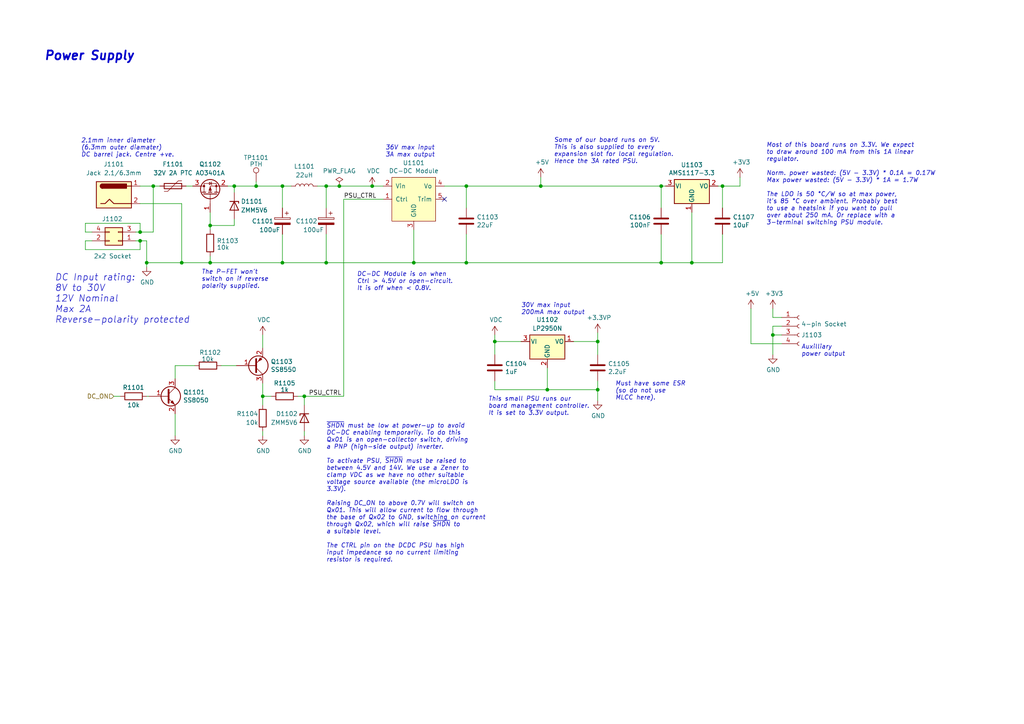
<source format=kicad_sch>
(kicad_sch (version 20211123) (generator eeschema)
  (paper "A4")
  (title_block (title "Neotron Common Hardware - Power Supply") (date "${date}") (rev "${version}") (company "https://neotron-compute.github.io") (comment 1 "Licensed as CC-BY-SA") (comment 2 "Copyright (c) The Neotron Developers, 2022"))
  (lib_symbols
    (symbol "Connector:Conn_01x04_Female" (pin_names (offset 1.016) hide)
      (property "Reference" "J" (at 0 5.08 0))
      (property "Value" "Conn_01x04_Female" (at 0 -7.62 0))
      (symbol "Conn_01x04_Female_1_1"
        (arc (start 0 -4.572) (mid -0.508 -5.08) (end 0 -5.588) (stroke (width 0.1524)))
        (arc (start 0 -2.032) (mid -0.508 -2.54) (end 0 -3.048) (stroke (width 0.1524)))
        (polyline (pts (xy -1.27 -5.08) (xy -0.508 -5.08)) (stroke (width 0.1524)))
        (polyline (pts (xy -1.27 -2.54) (xy -0.508 -2.54)) (stroke (width 0.1524)))
        (polyline (pts (xy -1.27 0) (xy -0.508 0)) (stroke (width 0.1524)))
        (polyline (pts (xy -1.27 2.54) (xy -0.508 2.54)) (stroke (width 0.1524)))
        (arc (start 0 0.508) (mid -0.508 0) (end 0 -0.508) (stroke (width 0.1524)))
        (arc (start 0 3.048) (mid -0.508 2.54) (end 0 2.032) (stroke (width 0.1524)))
        (pin passive line (at -5.08 2.54 0) (length 3.81) (name "Pin_1") (number "1"))
        (pin passive line (at -5.08 0 0) (length 3.81) (name "Pin_2") (number "2"))
        (pin passive line (at -5.08 -2.54 0) (length 3.81) (name "Pin_3") (number "3"))
        (pin passive line (at -5.08 -5.08 0) (length 3.81) (name "Pin_4") (number "4"))
      )
    )
    (symbol "Connector:Jack-DC" (pin_names (offset 1.016))
      (property "Reference" "J" (at 0 5.334 0))
      (property "Value" "Jack-DC" (at 0 -5.08 0))
      (symbol "Jack-DC_0_1"
        (rectangle (start -5.08 3.81) (end 5.08 -3.81) (stroke (width 0.254)) (fill (type background)))
        (arc (start -3.302 3.175) (mid -3.937 2.54) (end -3.302 1.905) (stroke (width 0.254)))
        (arc (start -3.302 3.175) (mid -3.937 2.54) (end -3.302 1.905) (stroke (width 0.254)) (fill (type outline)))
        (polyline (pts (xy 5.08 2.54) (xy 3.81 2.54)) (stroke (width 0.254)))
        (polyline (pts (xy -3.81 -2.54) (xy -2.54 -2.54) (xy -1.27 -1.27) (xy 0 -2.54) (xy 2.54 -2.54) (xy 5.08 -2.54)) (stroke (width 0.254)))
        (rectangle (start 3.683 3.175) (end -3.302 1.905) (stroke (width 0.254)) (fill (type outline)))
      )
      (symbol "Jack-DC_1_1"
        (pin passive line (at 7.62 2.54 180) (length 2.54) (name "~") (number "1"))
        (pin passive line (at 7.62 -2.54 180) (length 2.54) (name "~") (number "2"))
      )
    )
    (symbol "Connector:TestPoint" (pin_numbers hide) (pin_names (offset 0.762) hide)
      (property "Reference" "TP" (at 0 6.858 0))
      (property "Value" "TestPoint" (at 0 5.08 0))
      (symbol "TestPoint_0_1"
        (circle (center 0 3.302) (radius 0.762))
      )
      (symbol "TestPoint_1_1"
        (pin passive line (at 0 0 90) (length 2.54) (name "1") (number "1"))
      )
    )
    (symbol "Connector_Generic:Conn_02x02_Odd_Even" (pin_names (offset 1.016) hide)
      (property "Reference" "J" (at 1.27 2.54 0))
      (property "Value" "Conn_02x02_Odd_Even" (at 1.27 -5.08 0))
      (symbol "Conn_02x02_Odd_Even_1_1"
        (rectangle (start -1.27 -2.413) (end 0 -2.667) (stroke (width 0.1524)))
        (rectangle (start -1.27 0.127) (end 0 -0.127) (stroke (width 0.1524)))
        (rectangle (start -1.27 1.27) (end 3.81 -3.81) (stroke (width 0.254)) (fill (type background)))
        (rectangle (start 3.81 -2.413) (end 2.54 -2.667) (stroke (width 0.1524)))
        (rectangle (start 3.81 0.127) (end 2.54 -0.127) (stroke (width 0.1524)))
        (pin passive line (at -5.08 0 0) (length 3.81) (name "Pin_1") (number "1"))
        (pin passive line (at 7.62 0 180) (length 3.81) (name "Pin_2") (number "2"))
        (pin passive line (at -5.08 -2.54 0) (length 3.81) (name "Pin_3") (number "3"))
        (pin passive line (at 7.62 -2.54 180) (length 3.81) (name "Pin_4") (number "4"))
      )
    )
    (symbol "Device:C" (pin_numbers hide) (pin_names (offset 0.254))
      (property "Reference" "C" (at 0.635 2.54 0))
      (property "Value" "C" (at 0.635 -2.54 0))
      (symbol "C_0_1"
        (polyline (pts (xy -2.032 -0.762) (xy 2.032 -0.762)) (stroke (width 0.508)))
        (polyline (pts (xy -2.032 0.762) (xy 2.032 0.762)) (stroke (width 0.508)))
      )
      (symbol "C_1_1"
        (pin passive line (at 0 3.81 270) (length 2.794) (name "~") (number "1"))
        (pin passive line (at 0 -3.81 90) (length 2.794) (name "~") (number "2"))
      )
    )
    (symbol "Device:C_Polarized" (pin_numbers hide) (pin_names (offset 0.254))
      (property "Reference" "C" (at 0.635 2.54 0))
      (property "Value" "C_Polarized" (at 0.635 -2.54 0))
      (symbol "C_Polarized_0_1"
        (rectangle (start -2.286 0.508) (end 2.286 1.016))
        (polyline (pts (xy -1.778 2.286) (xy -0.762 2.286)))
        (polyline (pts (xy -1.27 2.794) (xy -1.27 1.778)))
        (rectangle (start 2.286 -0.508) (end -2.286 -1.016) (fill (type outline)))
      )
      (symbol "C_Polarized_1_1"
        (pin passive line (at 0 3.81 270) (length 2.794) (name "~") (number "1"))
        (pin passive line (at 0 -3.81 90) (length 2.794) (name "~") (number "2"))
      )
    )
    (symbol "Device:L" (pin_numbers hide) (pin_names (offset 1.016) hide)
      (property "Reference" "L" (at -1.27 0 90))
      (property "Value" "L" (at 1.905 0 90))
      (symbol "L_0_1"
        (arc (start 0 -2.54) (mid 0.635 -1.905) (end 0 -1.27))
        (arc (start 0 -1.27) (mid 0.635 -0.635) (end 0 0))
        (arc (start 0 0) (mid 0.635 0.635) (end 0 1.27))
        (arc (start 0 1.27) (mid 0.635 1.905) (end 0 2.54))
      )
      (symbol "L_1_1"
        (pin passive line (at 0 3.81 270) (length 1.27) (name "1") (number "1"))
        (pin passive line (at 0 -3.81 90) (length 1.27) (name "2") (number "2"))
      )
    )
    (symbol "Device:Polyfuse" (pin_numbers hide) (pin_names (offset 0))
      (property "Reference" "F" (at -2.54 0 90))
      (property "Value" "Polyfuse" (at 2.54 0 90))
      (symbol "Polyfuse_0_1"
        (rectangle (start -0.762 2.54) (end 0.762 -2.54) (stroke (width 0.254)))
        (polyline (pts (xy 0 2.54) (xy 0 -2.54)))
        (polyline (pts (xy -1.524 2.54) (xy -1.524 1.524) (xy 1.524 -1.524) (xy 1.524 -2.54)))
      )
      (symbol "Polyfuse_1_1"
        (pin passive line (at 0 3.81 270) (length 1.27) (name "~") (number "1"))
        (pin passive line (at 0 -3.81 90) (length 1.27) (name "~") (number "2"))
      )
    )
    (symbol "Device:R" (pin_numbers hide) (pin_names (offset 0))
      (property "Reference" "R" (at 2.032 0 90))
      (property "Value" "R" (at 0 0 90))
      (symbol "R_0_1"
        (rectangle (start -1.016 -2.54) (end 1.016 2.54) (stroke (width 0.254)))
      )
      (symbol "R_1_1"
        (pin passive line (at 0 3.81 270) (length 1.27) (name "~") (number "1"))
        (pin passive line (at 0 -3.81 90) (length 1.27) (name "~") (number "2"))
      )
    )
    (symbol "Diode:ZMMxx" (pin_numbers hide) (pin_names hide)
      (property "Reference" "D" (at 0 2.54 0))
      (property "Value" "ZMMxx" (at 0 -2.54 0))
      (symbol "ZMMxx_0_1"
        (polyline (pts (xy 1.27 0) (xy -1.27 0)))
        (polyline (pts (xy -1.27 -1.27) (xy -1.27 1.27) (xy -0.762 1.27)) (stroke (width 0.254)))
        (polyline (pts (xy 1.27 -1.27) (xy 1.27 1.27) (xy -1.27 0) (xy 1.27 -1.27)) (stroke (width 0.254)))
      )
      (symbol "ZMMxx_1_1"
        (pin passive line (at -3.81 0 0) (length 2.54) (name "K") (number "1"))
        (pin passive line (at 3.81 0 180) (length 2.54) (name "A") (number "2"))
      )
    )
    (symbol "Neotron-Common-Hardware:K78(L)05-3AR3" (pin_names (offset 1.016))
      (property "Reference" "U" (at 6.35 0 0))
      (property "Value" "K78(L)05-3AR3" (at -6.35 0 0))
      (symbol "K78(L)05-3AR3_0_0"
        (pin input line (at -8.89 -7.62 0) (length 2.54) (name "Ctrl") (number "1"))
        (pin power_in line (at -8.89 -3.81 0) (length 2.54) (name "Vin") (number "2"))
        (pin power_in line (at 0 -16.51 90) (length 2.54) (name "GND") (number "3"))
        (pin power_out line (at 8.89 -3.81 180) (length 2.54) (name "Vo") (number "4"))
        (pin input line (at 8.89 -7.62 180) (length 2.54) (name "Trim") (number "5"))
      )
      (symbol "K78(L)05-3AR3_0_1"
        (rectangle (start -6.35 -1.27) (end 6.35 -13.97) (fill (type background)))
      )
    )
    (symbol "Regulator_Linear:AMS1117CD-3.3" (pin_names (offset 0.254))
      (property "Reference" "U" (at -3.81 3.175 0))
      (property "Value" "AMS1117CD-3.3" (at 0 3.175 0))
      (symbol "AMS1117CD-3.3_0_1"
        (rectangle (start -5.08 -5.08) (end 5.08 1.905) (stroke (width 0.254)) (fill (type background)))
      )
      (symbol "AMS1117CD-3.3_1_1"
        (pin power_in line (at 0 -7.62 90) (length 2.54) (name "GND") (number "1"))
        (pin power_out line (at 7.62 0 180) (length 2.54) (name "VO") (number "2"))
        (pin power_in line (at -7.62 0 0) (length 2.54) (name "VI") (number "3"))
      )
    )
    (symbol "Regulator_Linear:LP2950-3.3_TO92" (pin_names (offset 0.254))
      (property "Reference" "U" (at -3.81 3.175 0))
      (property "Value" "LP2950-3.3_TO92" (at 0 3.175 0))
      (symbol "LP2950-3.3_TO92_0_1"
        (rectangle (start -5.08 -5.08) (end 5.08 1.905) (stroke (width 0.254)) (fill (type background)))
      )
      (symbol "LP2950-3.3_TO92_1_1"
        (pin power_out line (at 7.62 0 180) (length 2.54) (name "VO") (number "1"))
        (pin power_in line (at 0 -7.62 90) (length 2.54) (name "GND") (number "2"))
        (pin power_in line (at -7.62 0 0) (length 2.54) (name "VI") (number "3"))
      )
    )
    (symbol "Transistor_BJT:BC807" (pin_names (offset 0) hide)
      (property "Reference" "Q" (at 5.08 1.905 0))
      (property "Value" "BC807" (at 5.08 0 0))
      (symbol "BC807_0_1"
        (polyline (pts (xy 0.635 0.635) (xy 2.54 2.54)))
        (polyline (pts (xy 0.635 -0.635) (xy 2.54 -2.54) (xy 2.54 -2.54)))
        (polyline (pts (xy 0.635 1.905) (xy 0.635 -1.905) (xy 0.635 -1.905)) (stroke (width 0.508)))
        (polyline (pts (xy 2.286 -1.778) (xy 1.778 -2.286) (xy 1.27 -1.27) (xy 2.286 -1.778) (xy 2.286 -1.778)) (fill (type outline)))
        (circle (center 1.27 0) (radius 2.8194) (stroke (width 0.254)))
      )
      (symbol "BC807_1_1"
        (pin input line (at -5.08 0 0) (length 5.715) (name "B") (number "1"))
        (pin passive line (at 2.54 -5.08 90) (length 2.54) (name "E") (number "2"))
        (pin passive line (at 2.54 5.08 270) (length 2.54) (name "C") (number "3"))
      )
    )
    (symbol "Transistor_BJT:BC817" (pin_names (offset 0) hide)
      (property "Reference" "Q" (at 5.08 1.905 0))
      (property "Value" "BC817" (at 5.08 0 0))
      (symbol "BC817_0_1"
        (polyline (pts (xy 0.635 0.635) (xy 2.54 2.54)))
        (polyline (pts (xy 0.635 -0.635) (xy 2.54 -2.54) (xy 2.54 -2.54)))
        (polyline (pts (xy 0.635 1.905) (xy 0.635 -1.905) (xy 0.635 -1.905)) (stroke (width 0.508)))
        (polyline (pts (xy 1.27 -1.778) (xy 1.778 -1.27) (xy 2.286 -2.286) (xy 1.27 -1.778) (xy 1.27 -1.778)) (fill (type outline)))
        (circle (center 1.27 0) (radius 2.8194) (stroke (width 0.254)))
      )
      (symbol "BC817_1_1"
        (pin input line (at -5.08 0 0) (length 5.715) (name "B") (number "1"))
        (pin passive line (at 2.54 -5.08 90) (length 2.54) (name "E") (number "2"))
        (pin passive line (at 2.54 5.08 270) (length 2.54) (name "C") (number "3"))
      )
    )
    (symbol "Transistor_FET:AO3401A" (pin_names hide)
      (property "Reference" "Q" (at 5.08 1.905 0))
      (property "Value" "AO3401A" (at 5.08 0 0))
      (symbol "AO3401A_0_1"
        (polyline (pts (xy 0.254 0) (xy -2.54 0)))
        (polyline (pts (xy 0.254 1.905) (xy 0.254 -1.905)) (stroke (width 0.254)))
        (polyline (pts (xy 0.762 -1.27) (xy 0.762 -2.286)) (stroke (width 0.254)))
        (polyline (pts (xy 0.762 0.508) (xy 0.762 -0.508)) (stroke (width 0.254)))
        (polyline (pts (xy 0.762 2.286) (xy 0.762 1.27)) (stroke (width 0.254)))
        (polyline (pts (xy 2.54 2.54) (xy 2.54 1.778)))
        (polyline (pts (xy 2.54 -2.54) (xy 2.54 0) (xy 0.762 0)))
        (polyline (pts (xy 0.762 1.778) (xy 3.302 1.778) (xy 3.302 -1.778) (xy 0.762 -1.778)))
        (polyline (pts (xy 2.286 0) (xy 1.27 0.381) (xy 1.27 -0.381) (xy 2.286 0)) (fill (type outline)))
        (polyline (pts (xy 2.794 -0.508) (xy 2.921 -0.381) (xy 3.683 -0.381) (xy 3.81 -0.254)))
        (polyline (pts (xy 3.302 -0.381) (xy 2.921 0.254) (xy 3.683 0.254) (xy 3.302 -0.381)))
        (circle (center 1.651 0) (radius 2.794) (stroke (width 0.254)))
        (circle (center 2.54 -1.778) (radius 0.254) (fill (type outline)))
        (circle (center 2.54 1.778) (radius 0.254) (fill (type outline)))
      )
      (symbol "AO3401A_1_1"
        (pin input line (at -5.08 0 0) (length 2.54) (name "G") (number "1"))
        (pin passive line (at 2.54 -5.08 90) (length 2.54) (name "S") (number "2"))
        (pin passive line (at 2.54 5.08 270) (length 2.54) (name "D") (number "3"))
      )
    )
    (symbol "power:+3.3V" (power) (pin_names (offset 0))
      (property "Value" "+3.3V" (at 0 3.556 0))
      (symbol "+3.3V_0_1"
        (polyline (pts (xy -0.762 1.27) (xy 0 2.54)))
        (polyline (pts (xy 0 0) (xy 0 2.54)))
        (polyline (pts (xy 0 2.54) (xy 0.762 1.27)))
      )
      (symbol "+3.3V_1_1"
        (pin power_in line (at 0 0 90) (length 0) hide (name "+3V3") (number "1"))
      )
    )
    (symbol "power:+3.3VP" (power) (pin_names (offset 0))
      (property "Value" "+3.3VP" (at 0 2.54 0))
      (symbol "+3.3VP_0_0"
        (pin power_in line (at 0 0 90) (length 0) hide (name "+3.3VP") (number "1"))
      )
      (symbol "+3.3VP_0_1"
        (polyline (pts (xy -0.762 1.27) (xy 0 2.54)))
        (polyline (pts (xy 0 0) (xy 0 2.54)))
        (polyline (pts (xy 0 2.54) (xy 0.762 1.27)))
      )
    )
    (symbol "power:+5V" (power) (pin_names (offset 0))
      (property "Value" "+5V" (at 0 3.556 0))
      (symbol "+5V_0_1"
        (polyline (pts (xy -0.762 1.27) (xy 0 2.54)))
        (polyline (pts (xy 0 0) (xy 0 2.54)))
        (polyline (pts (xy 0 2.54) (xy 0.762 1.27)))
      )
      (symbol "+5V_1_1"
        (pin power_in line (at 0 0 90) (length 0) hide (name "+5V") (number "1"))
      )
    )
    (symbol "power:GND" (power) (pin_names (offset 0))
      (property "Value" "GND" (at 0 -3.81 0))
      (symbol "GND_0_1"
        (polyline (pts (xy 0 0) (xy 0 -1.27) (xy 1.27 -1.27) (xy 0 -2.54) (xy -1.27 -1.27) (xy 0 -1.27)))
      )
      (symbol "GND_1_1"
        (pin power_in line (at 0 0 270) (length 0) hide (name "GND") (number "1"))
      )
    )
    (symbol "power:PWR_FLAG" (power) (pin_numbers hide) (pin_names (offset 0) hide)
      (property "Value" "PWR_FLAG" (at 0 3.81 0))
      (symbol "PWR_FLAG_0_0"
        (pin power_out line (at 0 0 90) (length 0) (name "pwr") (number "1"))
      )
      (symbol "PWR_FLAG_0_1"
        (polyline (pts (xy 0 0) (xy 0 1.27) (xy -1.016 1.905) (xy 0 2.54) (xy 1.016 1.905) (xy 0 1.27)))
      )
    )
    (symbol "power:VDC" (power) (pin_names (offset 0))
      (property "Value" "VDC" (at 0 6.35 0))
      (symbol "VDC_0_1"
        (polyline (pts (xy -0.762 1.27) (xy 0 2.54)))
        (polyline (pts (xy 0 0) (xy 0 2.54)))
        (polyline (pts (xy 0 2.54) (xy 0.762 1.27)))
      )
      (symbol "VDC_1_1"
        (pin power_in line (at 0 0 90) (length 0) hide (name "VDC") (number "1"))
      )
    )
  )
  (junction (at 107.95 53.975))
  (junction (at 191.77 76.2))
  (junction (at 143.51 99.06))
  (junction (at 98.425 53.975))
  (junction (at 173.355 113.03))
  (junction (at 76.2 114.935))
  (junction (at 158.75 113.03))
  (junction (at 88.265 114.935))
  (junction (at 74.295 53.975))
  (junction (at 156.845 53.975))
  (junction (at 120.015 76.2))
  (junction (at 40.64 67.31))
  (junction (at 191.77 53.975))
  (junction (at 42.545 76.2))
  (junction (at 44.45 53.975))
  (junction (at 60.96 76.2))
  (junction (at 209.55 53.975))
  (junction (at 224.155 97.155))
  (junction (at 94.615 53.975))
  (junction (at 67.945 53.975))
  (junction (at 81.915 76.2))
  (junction (at 135.255 53.975))
  (junction (at 52.705 76.2))
  (junction (at 200.66 76.2))
  (junction (at 135.255 76.2))
  (junction (at 60.96 65.405))
  (junction (at 40.64 69.85))
  (junction (at 81.915 53.975))
  (junction (at 94.615 76.2))
  (junction (at 173.355 99.06))
  (no_connect (at 128.905 57.785))
  (wire (pts (xy 209.55 60.325) (xy 209.55 53.975)))
  (wire (pts (xy 24.765 69.85) (xy 26.67 69.85)))
  (wire (pts (xy 120.015 66.675) (xy 120.015 76.2)))
  (wire (pts (xy 86.36 114.935) (xy 88.265 114.935)))
  (wire (pts (xy 158.75 113.03) (xy 173.355 113.03)))
  (wire (pts (xy 76.2 125.095) (xy 76.2 126.365)))
  (wire (pts (xy 214.63 53.975) (xy 209.55 53.975)))
  (wire (pts (xy 81.915 53.975) (xy 84.455 53.975)))
  (wire (pts (xy 76.2 114.935) (xy 78.74 114.935)))
  (wire (pts (xy 50.8 120.015) (xy 50.8 126.365)))
  (wire (pts (xy 88.265 125.095) (xy 88.265 126.365)))
  (wire (pts (xy 88.265 114.935) (xy 88.265 117.475)))
  (wire (pts (xy 200.66 61.595) (xy 200.66 76.2)))
  (wire (pts (xy 135.255 76.2) (xy 191.77 76.2)))
  (wire (pts (xy 40.64 69.85) (xy 40.64 72.39)))
  (wire (pts (xy 67.945 63.5) (xy 67.945 65.405)))
  (wire (pts (xy 173.355 99.06) (xy 173.355 102.87)))
  (wire (pts (xy 143.51 110.49) (xy 143.51 113.03)))
  (wire (pts (xy 24.765 67.31) (xy 24.765 64.77)))
  (wire (pts (xy 166.37 99.06) (xy 173.355 99.06)))
  (wire (pts (xy 217.805 99.695) (xy 217.805 89.535)))
  (wire (pts (xy 226.695 99.695) (xy 217.805 99.695)))
  (wire (pts (xy 52.705 59.055) (xy 40.64 59.055)))
  (wire (pts (xy 135.255 60.325) (xy 135.255 53.975)))
  (wire (pts (xy 99.695 57.785) (xy 111.125 57.785)))
  (wire (pts (xy 60.96 74.295) (xy 60.96 76.2)))
  (wire (pts (xy 76.2 97.155) (xy 76.2 100.965)))
  (wire (pts (xy 158.75 106.68) (xy 158.75 113.03)))
  (wire (pts (xy 143.51 113.03) (xy 158.75 113.03)))
  (wire (pts (xy 209.55 67.945) (xy 209.55 76.2)))
  (wire (pts (xy 44.45 67.31) (xy 44.45 53.975)))
  (wire (pts (xy 81.915 67.945) (xy 81.915 76.2)))
  (wire (pts (xy 40.64 53.975) (xy 44.45 53.975)))
  (wire (pts (xy 39.37 69.85) (xy 40.64 69.85)))
  (wire (pts (xy 42.545 76.2) (xy 52.705 76.2)))
  (wire (pts (xy 191.77 53.975) (xy 193.04 53.975)))
  (wire (pts (xy 128.905 53.975) (xy 135.255 53.975)))
  (wire (pts (xy 26.67 67.31) (xy 24.765 67.31)))
  (wire (pts (xy 143.51 99.06) (xy 151.13 99.06)))
  (wire (pts (xy 224.155 97.155) (xy 224.155 102.87)))
  (wire (pts (xy 24.765 72.39) (xy 24.765 69.85)))
  (wire (pts (xy 40.64 69.85) (xy 42.545 69.85)))
  (wire (pts (xy 60.96 65.405) (xy 60.96 66.675)))
  (wire (pts (xy 224.155 97.155) (xy 226.695 97.155)))
  (wire (pts (xy 50.8 106.045) (xy 50.8 109.855)))
  (wire (pts (xy 74.295 53.975) (xy 81.915 53.975)))
  (wire (pts (xy 60.96 76.2) (xy 81.915 76.2)))
  (wire (pts (xy 226.695 92.075) (xy 224.155 92.075)))
  (wire (pts (xy 74.295 52.705) (xy 74.295 53.975)))
  (wire (pts (xy 156.845 51.435) (xy 156.845 53.975)))
  (wire (pts (xy 191.77 76.2) (xy 200.66 76.2)))
  (wire (pts (xy 143.51 97.155) (xy 143.51 99.06)))
  (wire (pts (xy 76.2 111.125) (xy 76.2 114.935)))
  (wire (pts (xy 40.64 64.77) (xy 40.64 67.31)))
  (wire (pts (xy 52.705 59.055) (xy 52.705 76.2)))
  (wire (pts (xy 56.515 106.045) (xy 50.8 106.045)))
  (wire (pts (xy 214.63 51.435) (xy 214.63 53.975)))
  (wire (pts (xy 42.545 114.935) (xy 43.18 114.935)))
  (wire (pts (xy 81.915 76.2) (xy 94.615 76.2)))
  (wire (pts (xy 39.37 67.31) (xy 40.64 67.31)))
  (wire (pts (xy 98.425 53.975) (xy 107.95 53.975)))
  (wire (pts (xy 40.64 72.39) (xy 24.765 72.39)))
  (wire (pts (xy 226.695 94.615) (xy 224.155 94.615)))
  (wire (pts (xy 99.695 57.785) (xy 99.695 114.935)))
  (wire (pts (xy 173.355 116.205) (xy 173.355 113.03)))
  (wire (pts (xy 44.45 53.975) (xy 46.355 53.975)))
  (wire (pts (xy 67.945 53.975) (xy 74.295 53.975)))
  (wire (pts (xy 173.355 99.06) (xy 173.355 96.52)))
  (wire (pts (xy 42.545 69.85) (xy 42.545 76.2)))
  (wire (pts (xy 209.55 53.975) (xy 208.28 53.975)))
  (wire (pts (xy 68.58 106.045) (xy 64.135 106.045)))
  (wire (pts (xy 224.155 92.075) (xy 224.155 89.535)))
  (wire (pts (xy 40.64 67.31) (xy 44.45 67.31)))
  (wire (pts (xy 94.615 76.2) (xy 120.015 76.2)))
  (wire (pts (xy 52.705 76.2) (xy 60.96 76.2)))
  (wire (pts (xy 173.355 113.03) (xy 173.355 110.49)))
  (wire (pts (xy 200.66 76.2) (xy 209.55 76.2)))
  (wire (pts (xy 88.265 114.935) (xy 99.695 114.935)))
  (wire (pts (xy 76.2 114.935) (xy 76.2 117.475)))
  (wire (pts (xy 53.975 53.975) (xy 55.88 53.975)))
  (wire (pts (xy 224.155 94.615) (xy 224.155 97.155)))
  (wire (pts (xy 107.95 53.975) (xy 111.125 53.975)))
  (wire (pts (xy 33.02 114.935) (xy 34.925 114.935)))
  (wire (pts (xy 94.615 53.975) (xy 98.425 53.975)))
  (wire (pts (xy 60.96 65.405) (xy 67.945 65.405)))
  (wire (pts (xy 60.96 61.595) (xy 60.96 65.405)))
  (wire (pts (xy 66.04 53.975) (xy 67.945 53.975)))
  (wire (pts (xy 42.545 76.2) (xy 42.545 77.47)))
  (wire (pts (xy 81.915 60.325) (xy 81.915 53.975)))
  (wire (pts (xy 135.255 67.945) (xy 135.255 76.2)))
  (wire (pts (xy 135.255 53.975) (xy 156.845 53.975)))
  (wire (pts (xy 191.77 67.945) (xy 191.77 76.2)))
  (wire (pts (xy 156.845 53.975) (xy 191.77 53.975)))
  (wire (pts (xy 24.765 64.77) (xy 40.64 64.77)))
  (wire (pts (xy 143.51 99.06) (xy 143.51 102.87)))
  (wire (pts (xy 92.075 53.975) (xy 94.615 53.975)))
  (wire (pts (xy 67.945 53.975) (xy 67.945 55.88)))
  (wire (pts (xy 120.015 76.2) (xy 135.255 76.2)))
  (wire (pts (xy 94.615 67.945) (xy 94.615 76.2)))
  (wire (pts (xy 94.615 60.325) (xy 94.615 53.975)))
  (wire (pts (xy 191.77 60.325) (xy 191.77 53.975)))
  (text "30V max input\n200mA max output" (at 151.13 91.44 0) (effects (font (size 1.27 1.27) italic) (justify left bottom)))
  (text "2.1mm inner diameter\n(6.3mm outer diamater)\nDC barrel jack. Centre +ve." (at 23.495 45.72 0) (effects (font (size 1.27 1.27) italic) (justify left bottom)))
  (text "Must have some ESR\n(so do not use\nMLCC here)." (at 178.435 116.205 0) (effects (font (size 1.27 1.27) italic) (justify left bottom)))
  (text "Some of our board runs on 5V.\nThis is also supplied to every\nexpansion slot for local regulation.\nHence the 3A rated PSU." (at 160.655 47.625 0) (effects (font (size 1.27 1.27) italic) (justify left bottom)))
  (text "This small PSU runs our\nboard management controller.\nIt is set to 3.3V output." (at 141.605 120.65 0) (effects (font (size 1.27 1.27) italic) (justify left bottom)))
  (text "The P-FET won't\nswitch on if reverse\npolarity supplied." (at 58.42 83.82 0) (effects (font (size 1.27 1.27) italic) (justify left bottom)))
  (text "Auxilliary\npower output" (at 232.41 103.505 0) (effects (font (size 1.27 1.27) italic) (justify left bottom)))
  (text "DC Input rating:\n8V to 30V\n12V Nominal\nMax 2A\nReverse-polarity protected" (at 15.875 93.98 0) (effects (font (size 1.905 1.905) italic) (justify left bottom)))
  (text "DC-DC Module is on when\nCtrl > 4.5V or open-circuit.\nIt is off when < 0.8V." (at 103.505 84.455 0) (effects (font (size 1.27 1.27) italic) (justify left bottom)))
  (text "36V max input\n3A max output" (at 111.76 45.72 0) (effects (font (size 1.27 1.27) italic) (justify left bottom)))
  (text "Power Supply" (at 12.7 17.78 0) (effects (font (size 2.54 2.54) (thickness 0.508) bold italic) (justify left bottom)))
  (text "~{SHDN} must be low at power-up to avoid\nDC-DC enabling temporarily. To do this\nQx01 is an open-collector switch, driving\na PNP (high-side output) inverter.\n\nTo activate PSU, ~{SHDN} must be raised to\nbetween 4.5V and 14V. We use a Zener to\nclamp VDC as we have no other suitable\nvoltage source available (the microLDO is\n3.3V).\n\nRaising DC_ON to above 0.7V will switch on\nQx01. This will allow current to flow through\nthe base of Qx02 to GND, switching on current\nthrough Qx02, which will raise ~{SHDN} to\na suitable level.\n\nThe CTRL pin on the DCDC PSU has high\ninput impedance so no current limiting\nresistor is required." (at 94.615 163.195 0) (effects (font (size 1.27 1.27) italic) (justify left bottom)))
  (text "Most of this board runs on 3.3V. We expect\nto draw around 100 mA from this 1A linear\nregulator.\n\nNorm. power wasted: (5V - 3.3V) * 0.1A = 0.17W\nMax power wasted: (5V - 3.3V) * 1A = 1.7W\n\nThe LDO is 50 °C/W so at max power,\nit's 85 °C over ambient. Probably best\nto use a heatsink if you want to pull\nover about 250 mA. Or replace with a\n3-terminal switching PSU module." (at 222.25 65.405 0) (effects (font (size 1.27 1.27) italic) (justify left bottom)))
  (label "PSU_CTRL" (at 89.535 114.935 0))
  (label "PSU_CTRL" (at 109.22 57.785 180))
  (hierarchical_label "DC_ON" (shape input) (at 33.02 114.935 180))
  (symbol (lib_id "Regulator_Linear:AMS1117CD-3.3") (at 200.66 53.975 0) (unit 1)
    (property "Reference" "U1103" (at 200.66 47.8282 0))
    (property "Value" "AMS1117-3.3" (at 200.66 50.1396 0))
    (property "Footprint" "Package_TO_SOT_SMD:SOT-223-3_TabPin2" (effects hide))
    (property "Datasheet" "https://datasheet.lcsc.com/lcsc/1811142212_Advanced-Monolithic-Systems-AMS1117-3-3_C6186.pdf" (effects hide))
    (property "DNP" "0" (effects hide))
    (property "Digikey" "NCP1117ST33T3GOSCT-ND" (effects hide))
    (property "MPN" "NCP1117ST33T3GOS" (effects hide))
    (property "Manufacturer" "ON Semiconductor" (effects hide))
    (property "Mouser" "863-NCP1117ST33T3G" (effects hide))
    (property "LCSC Part#" "C6186" (effects hide))
  )
  (symbol (lib_id "power:GND") (at 42.545 77.47 0) (unit 1)
    (property "Reference" "#PWR01101" (effects hide))
    (property "Value" "GND" (at 42.672 81.8642 0))
  )
  (symbol (lib_id "power:+3.3VP") (at 173.355 96.52 0) (unit 1)
    (property "Reference" "#PWR01109" (effects hide))
    (property "Value" "+3.3VP" (at 173.736 92.1258 0))
  )
  (symbol (lib_id "Device:C_Polarized") (at 81.915 64.135 0) (mirror y) (unit 1)
    (property "Reference" "C1101" (at 79.375 64.135 0) (effects (justify left)))
    (property "Value" "100uF" (at 81.28 66.675 0) (effects (justify left)))
    (property "Footprint" "Capacitor_THT:CP_Radial_D8.0mm_P5.00mm" (effects hide))
    (property "DNP" "0" (effects hide))
    (property "Digikey" "P5182-ND" (effects hide))
    (property "MPN" "ECA-1HM101" (effects hide))
    (property "Manufacturer" "Panasonic" (effects hide))
    (property "Mouser" "667-ECA-1HM101" (effects hide))
    (property "Voltage" "50V" (effects hide))
    (property "Tolerance" "20%" (effects hide))
  )
  (symbol (lib_id "Device:C_Polarized") (at 94.615 64.135 0) (mirror y) (unit 1)
    (property "Reference" "C1102" (at 92.075 64.135 0) (effects (justify left)))
    (property "Value" "100uF" (at 93.98 66.675 0) (effects (justify left)))
    (property "Footprint" "Capacitor_THT:CP_Radial_D8.0mm_P5.00mm" (effects hide))
    (property "DNP" "0" (effects hide))
    (property "Digikey" "P5182-ND" (effects hide))
    (property "MPN" "ECA-1HM101" (effects hide))
    (property "Manufacturer" "Panasonic" (effects hide))
    (property "Mouser" "667-ECA-1HM101" (effects hide))
    (property "Voltage" "50V" (effects hide))
    (property "Tolerance" "20%" (effects hide))
  )
  (symbol (lib_id "Connector:Jack-DC") (at 33.02 56.515 0) (unit 1)
    (property "Reference" "J1101" (at 33.02 47.625 0))
    (property "Value" "Jack 2.1{slash}6.3mm" (at 33.02 50.165 0))
    (property "Footprint" "Connector_BarrelJack:BarrelJack_CUI_PJ-063AH_Horizontal" (effects hide))
    (property "DNP" "0" (effects hide))
    (property "Digikey" "CP-063AH-ND" (effects hide))
    (property "MPN" "PJ-063AH" (effects hide))
    (property "Manufacturer" "CUI" (effects hide))
    (property "Mouser" "490-PJ-063AH" (effects hide))
  )
  (symbol (lib_id "power:+3.3V") (at 214.63 51.435 0) (unit 1)
    (property "Reference" "#PWR01111" (effects hide))
    (property "Value" "+3.3V" (at 215.011 47.0408 0))
  )
  (symbol (lib_id "Device:C") (at 191.77 64.135 0) (mirror y) (unit 1)
    (property "Reference" "C1106" (at 188.7728 62.9666 0) (effects (justify left)))
    (property "Value" "100nF" (at 188.7728 65.278 0) (effects (justify left)))
    (property "Footprint" "Capacitor_SMD:C_0805_2012Metric_Pad1.18x1.45mm_HandSolder" (effects hide))
    (property "DNP" "0" (effects hide))
    (property "Digikey" "399-C0805C104M5RAC7800CT-ND" (effects hide))
    (property "MPN" "C0805C104M5RACTU" (effects hide))
    (property "Manufacturer" "Kemet" (effects hide))
    (property "Mouser" "80-C0805C104M5R" (effects hide))
    (property "LCSC Part#" "C49678" (effects hide))
    (property "Tolerance" "X5R" (effects hide))
    (property "Voltage" "16V" (effects hide))
  )
  (symbol (lib_id "Neotron-Common-Hardware:K78(L)05-3AR3") (at 120.015 50.165 0) (unit 1)
    (property "Reference" "U1101" (at 120.015 47.244 0))
    (property "Value" "DC-DC Module" (at 120.015 49.5554 0))
    (property "Footprint" "Neotron-Common-Hardware:K78xx-3AR3" (effects hide))
    (property "Datasheet" "https://www.mornsun-power.com/html/pdf/K7805-3AR3.html" (effects hide))
    (property "Manufacturer" "Mornsun" (effects hide))
    (property "DNP" "0" (effects hide))
    (property "Digikey" "2725-K7805-3AR3-ND" (effects hide))
    (property "MPN" "K7805-3AR3" (effects hide))
  )
  (symbol (lib_id "Device:Polyfuse") (at 50.165 53.975 270) (unit 1)
    (property "Reference" "F1101" (at 50.165 47.625 90))
    (property "Value" "32V 2A PTC" (at 50.165 50.165 90))
    (property "Footprint" "neotron-pico:Bel Fuse 0ZRS0200FF" (effects hide))
    (property "Datasheet" "https://belfuse.com/resources/datasheets/circuitprotection/ds-cp-0zrs-series.pdf" (effects hide))
    (property "DNP" "0" (effects hide))
    (property "Digikey" "507-0ZRS0200FF1E-ND" (effects hide))
    (property "MPN" "0ZRS0200FF1E" (effects hide))
    (property "Manufacturer" "Bel Fuse" (effects hide))
    (property "Mouser" "530-0ZRS0200FF1E" (effects hide))
  )
  (symbol (lib_id "power:GND") (at 173.355 116.205 0) (unit 1)
    (property "Reference" "#PWR01110" (effects hide))
    (property "Value" "GND" (at 173.482 120.5992 0))
  )
  (symbol (lib_id "power:+5V") (at 156.845 51.435 0) (unit 1)
    (property "Reference" "#PWR01108" (effects hide))
    (property "Value" "+5V" (at 157.226 47.0408 0))
  )
  (symbol (lib_id "Device:C") (at 135.255 64.135 0) (unit 1)
    (property "Reference" "C1103" (at 138.2522 62.9666 0) (effects (justify left)))
    (property "Value" "22uF" (at 138.2522 65.278 0) (effects (justify left)))
    (property "Footprint" "Capacitor_SMD:C_0805_2012Metric_Pad1.18x1.45mm_HandSolder" (effects hide))
    (property "DNP" "0" (effects hide))
    (property "Digikey" "490-3886-1-ND" (effects hide))
    (property "MPN" "CL21A226MAYNNNE" (effects hide))
    (property "Manufacturer" "Samsung" (effects hide))
    (property "LCSC Part#" "C602037" (effects hide))
    (property "Tolerance" "X5R" (effects hide))
    (property "Voltage" "16V" (effects hide))
    (property "Mouser" "187-CL21A226MAYNNNE" (effects hide))
  )
  (symbol (lib_id "Device:L") (at 88.265 53.975 90) (unit 1)
    (property "Reference" "L1101" (at 88.265 48.26 90))
    (property "Value" "22uH" (at 88.265 50.8 90))
    (property "Footprint" "Inductor_THT:L_Radial_D9.5mm_P5.00mm_Fastron_07HVP" (effects hide))
    (property "Datasheet" "https://www.murata-ps.com/pub/data/magnetics/kmp_1300r.pdf" (effects hide))
    (property "DNP" "0" (effects hide))
    (property "MPN" "13R223C" (effects hide))
    (property "Manufacturer" "Murata" (effects hide))
    (property "Digikey" "811-2042-ND" (effects hide))
    (property "Mouser" "580-13R223C" (effects hide))
  )
  (symbol (lib_id "Device:R") (at 76.2 121.285 0) (mirror y) (unit 1)
    (property "Reference" "R1104" (at 74.93 120.015 0) (effects (justify left)))
    (property "Value" "10k" (at 74.93 122.555 0) (effects (justify left)))
    (property "Footprint" "Resistor_SMD:R_0805_2012Metric_Pad1.20x1.40mm_HandSolder" (effects hide))
    (property "DNP" "0" (effects hide))
    (property "Digikey" "RMCF0805FT10K0CT-ND" (effects hide))
    (property "MPN" "RMCF0805FT10K0" (effects hide))
    (property "Manufacturer" "Stackpole" (effects hide))
    (property "LCSC Part#" "C17414" (effects hide))
    (property "Tolerance" "1%" (effects hide))
  )
  (symbol (lib_id "power:PWR_FLAG") (at 98.425 53.975 0) (unit 1)
    (property "Reference" "#FLG01101" (effects hide))
    (property "Value" "PWR_FLAG" (at 98.425 49.5808 0))
  )
  (symbol (lib_id "power:VDC") (at 107.95 53.975 0) (unit 1)
    (property "Reference" "#PWR01106" (effects hide))
    (property "Value" "VDC" (at 108.331 49.5808 0))
  )
  (symbol (lib_id "power:VDC") (at 76.2 97.155 0) (unit 1)
    (property "Reference" "#PWR01103" (effects hide))
    (property "Value" "VDC" (at 76.581 92.7608 0))
  )
  (symbol (lib_id "Transistor_BJT:BC817") (at 48.26 114.935 0) (unit 1)
    (property "Reference" "Q1101" (at 53.1114 113.7666 0) (effects (justify left)))
    (property "Value" "SS8050" (at 53.1114 116.078 0) (effects (justify left)))
    (property "Footprint" "Package_TO_SOT_SMD:SOT-23" (effects hide))
    (property "Datasheet" "https://datasheet.lcsc.com/lcsc/1811052004_Jiangsu-Changjing-Electronics-Technology-Co---Ltd--SS8050_C2150.pdf" (effects hide))
    (property "Digikey" "MMSS8050-L-TPMSCT-ND" (effects hide))
    (property "MPN" "SS8050" (effects hide))
    (property "Manufacturer" "JCET" (effects hide))
    (property "DNP" "0" (effects hide))
    (property "LCSC Part#" "C2150" (effects hide))
  )
  (symbol (lib_id "power:GND") (at 76.2 126.365 0) (unit 1)
    (property "Reference" "#PWR01104" (effects hide))
    (property "Value" "GND" (at 76.327 130.7592 0))
  )
  (symbol (lib_id "Transistor_BJT:BC807") (at 73.66 106.045 0) (mirror x) (unit 1)
    (property "Reference" "Q1103" (at 78.5114 104.8766 0) (effects (justify left)))
    (property "Value" "SS8550" (at 78.5114 107.188 0) (effects (justify left)))
    (property "Footprint" "Package_TO_SOT_SMD:SOT-23" (effects hide))
    (property "Datasheet" "https://datasheet.lcsc.com/lcsc/1811052004_Jiangsu-Changjing-Electronics-Technology-Co---Ltd--SS8050_C2150.pdf" (effects hide))
    (property "MPN" "SS8550" (effects hide))
    (property "Digikey" "MMSS8550-L-TPMSCT-ND" (effects hide))
    (property "Manufacturer" "JCET" (effects hide))
    (property "DNP" "0" (effects hide))
    (property "LCSC Part#" "C8542" (effects hide))
  )
  (symbol (lib_id "power:GND") (at 50.8 126.365 0) (unit 1)
    (property "Reference" "#PWR01102" (effects hide))
    (property "Value" "GND" (at 50.927 130.7592 0))
  )
  (symbol (lib_id "Device:R") (at 60.325 106.045 270) (mirror x) (unit 1)
    (property "Reference" "R1102" (at 57.785 102.235 90) (effects (justify left)))
    (property "Value" "10k" (at 58.42 104.14 90) (effects (justify left)))
    (property "Footprint" "Resistor_SMD:R_0805_2012Metric_Pad1.20x1.40mm_HandSolder" (effects hide))
    (property "DNP" "0" (effects hide))
    (property "Digikey" "RMCF0805FT10K0CT-ND" (effects hide))
    (property "MPN" "RMCF0805FT10K0" (effects hide))
    (property "Manufacturer" "Stackpole" (effects hide))
    (property "LCSC Part#" "C17414" (effects hide))
    (property "Tolerance" "1%" (effects hide))
  )
  (symbol (lib_id "Device:R") (at 38.735 114.935 270) (mirror x) (unit 1)
    (property "Reference" "R1101" (at 38.735 112.395 90))
    (property "Value" "10k" (at 38.735 117.475 90))
    (property "Footprint" "Resistor_SMD:R_0805_2012Metric_Pad1.20x1.40mm_HandSolder" (effects hide))
    (property "DNP" "0" (effects hide))
    (property "Digikey" "RMCF0805FT10K0CT-ND" (effects hide))
    (property "MPN" "RMCF0805FT10K0" (effects hide))
    (property "Manufacturer" "Stackpole" (effects hide))
    (property "LCSC Part#" "C17414" (effects hide))
    (property "Tolerance" "1%" (effects hide))
  )
  (symbol (lib_id "Connector:Conn_01x04_Female") (at 231.775 94.615 0) (unit 1)
    (property "Reference" "J1103" (at 232.41 97.155 0) (effects (justify left)))
    (property "Value" "4-pin Socket" (at 232.41 93.98 0) (effects (justify left)))
    (property "Footprint" "Connector_PinSocket_2.54mm:PinSocket_1x04_P2.54mm_Vertical" (effects hide))
    (property "DNP" "1" (effects hide))
  )
  (symbol (lib_id "power:GND") (at 224.155 102.87 0) (unit 1)
    (property "Reference" "#PWR01114" (effects hide))
    (property "Value" "GND" (at 224.282 107.2642 0))
  )
  (symbol (lib_id "power:+5V") (at 217.805 89.535 0) (unit 1)
    (property "Reference" "#PWR01112" (effects hide))
    (property "Value" "+5V" (at 218.186 85.1408 0))
  )
  (symbol (lib_id "Diode:ZMMxx") (at 88.265 121.285 90) (mirror x) (unit 1)
    (property "Reference" "D1102" (at 86.36 120.015 90) (effects (justify left)))
    (property "Value" "ZMM5V6" (at 86.36 122.555 90) (effects (justify left)))
    (property "Footprint" "Diode_SMD:D_MiniMELF" (effects hide))
    (property "Datasheet" "https://diotec.com/tl_files/diotec/files/pdf/datasheets/zmm1.pdf" (effects hide))
    (property "LCSC Part#" "C8062" (effects hide))
    (property "DNP" "0" (effects hide))
    (property "Digikey" "1727-1888-2-ND" (effects hide))
    (property "MPN" "ZMM5V6" (effects hide))
    (property "Manufacturer" "Semtech" (effects hide))
    (property "Voltage" "5.6V" (effects hide))
  )
  (symbol (lib_id "Device:R") (at 82.55 114.935 270) (mirror x) (unit 1)
    (property "Reference" "R1105" (at 82.55 111.125 90))
    (property "Value" "1k" (at 82.55 113.03 90))
    (property "Footprint" "Resistor_SMD:R_0805_2012Metric_Pad1.20x1.40mm_HandSolder" (effects hide))
    (property "DNP" "0" (effects hide))
    (property "Digikey" "RMCF0805FT1K00CT-ND" (effects hide))
    (property "MPN" "RMCF0805FT1K00" (effects hide))
    (property "Manufacturer" "Stackpole" (effects hide))
    (property "LCSC Part#" "C17513" (effects hide))
    (property "Tolerance" "1%" (effects hide))
  )
  (symbol (lib_id "power:GND") (at 88.265 126.365 0) (unit 1)
    (property "Reference" "#PWR01105" (effects hide))
    (property "Value" "GND" (at 88.392 130.7592 0))
  )
  (symbol (lib_id "Connector_Generic:Conn_02x02_Odd_Even") (at 34.29 69.85 180) (unit 1)
    (property "Reference" "J1102" (at 35.56 63.5 0) (effects (justify left)))
    (property "Value" "2x2 Socket" (at 38.1 74.295 0) (effects (justify left)))
    (property "Footprint" "Connector_PinSocket_2.54mm:PinSocket_2x02_P2.54mm_Vertical" (effects hide))
    (property "DNP" "1" (effects hide))
  )
  (symbol (lib_id "Diode:ZMMxx") (at 67.945 59.69 270) (unit 1)
    (property "Reference" "D1101" (at 69.85 58.42 90) (effects (justify left)))
    (property "Value" "ZMM5V6" (at 69.85 60.96 90) (effects (justify left)))
    (property "Footprint" "Diode_SMD:D_MiniMELF" (effects hide))
    (property "Datasheet" "https://diotec.com/tl_files/diotec/files/pdf/datasheets/zmm1.pdf" (effects hide))
    (property "LCSC Part#" "C8062" (effects hide))
    (property "DNP" "0" (effects hide))
    (property "Digikey" "1727-1888-2-ND" (effects hide))
    (property "MPN" "ZMM5V6" (effects hide))
    (property "Manufacturer" "Semtech" (effects hide))
    (property "Voltage" "5.6V" (effects hide))
  )
  (symbol (lib_id "power:+3.3V") (at 224.155 89.535 0) (unit 1)
    (property "Reference" "#PWR01113" (effects hide))
    (property "Value" "+3.3V" (at 224.536 85.1408 0))
  )
  (symbol (lib_id "Device:C") (at 173.355 106.68 0) (unit 1)
    (property "Reference" "C1105" (at 176.3522 105.5116 0) (effects (justify left)))
    (property "Value" "2.2uF" (at 176.3522 107.823 0) (effects (justify left)))
    (property "Footprint" "Capacitor_SMD:CP_Elec_4x5.4" (effects hide))
    (property "DNP" "0" (effects hide))
    (property "Digikey" "PCE4027CT-ND" (effects hide))
    (property "MPN" "EEE-FC1V2R2R" (effects hide))
    (property "Manufacturer" "Panasonic" (effects hide))
    (property "LCSC Part#" "C72492" (effects hide))
    (property "Tolerance" "20%" (effects hide))
    (property "Voltage" "10V" (effects hide))
    (property "Mouser" "667-EEE-FC1V2R2R" (effects hide))
  )
  (symbol (lib_id "Regulator_Linear:LP2950-3.3_TO92") (at 158.75 99.06 0) (unit 1)
    (property "Reference" "U1102" (at 158.75 92.71 0))
    (property "Value" "LP2950N" (at 158.75 95.25 0))
    (property "Footprint" "Package_TO_SOT_THT:TO-92_Inline" (effects hide))
    (property "Datasheet" "http://www.ti.com/lit/ds/symlink/lp2950.pdf" (effects hide))
    (property "DNP" "0" (effects hide))
    (property "Digikey" "296-26120-ND" (effects hide))
    (property "MPN" "LP2950-33LPE3" (effects hide))
    (property "Manufacturer" "Texas Instruments" (effects hide))
    (property "Mouser" "595-LP2950-33LPE3" (effects hide))
  )
  (symbol (lib_id "Device:C") (at 143.51 106.68 0) (unit 1)
    (property "Reference" "C1104" (at 146.5072 105.5116 0) (effects (justify left)))
    (property "Value" "1uF" (at 146.5072 107.823 0) (effects (justify left)))
    (property "Footprint" "Capacitor_SMD:C_0805_2012Metric_Pad1.18x1.45mm_HandSolder" (effects hide))
    (property "DNP" "0" (effects hide))
    (property "Digikey" "311-1456-1-ND" (effects hide))
    (property "MPN" "CC0805KKX7R8BB105" (effects hide))
    (property "Manufacturer" "Yageo" (effects hide))
    (property "LCSC Part#" "C28323" (effects hide))
    (property "Tolerance" "X5R" (effects hide))
    (property "Voltage" "25V" (effects hide))
    (property "Mouser" "603-CC805KKX7R8BB105" (effects hide))
  )
  (symbol (lib_id "Connector:TestPoint") (at 74.295 52.705 0) (unit 1)
    (property "Reference" "TP1101" (at 74.295 45.72 0))
    (property "Value" "PTH" (at 74.295 47.625 0))
    (property "Footprint" "TestPoint:TestPoint_THTPad_D1.5mm_Drill0.7mm" (effects hide))
    (property "DNP" "1" (effects hide))
  )
  (symbol (lib_id "Device:R") (at 60.96 70.485 0) (mirror y) (unit 1)
    (property "Reference" "R1103" (at 62.865 69.85 0) (effects (justify right)))
    (property "Value" "10k" (at 62.865 71.755 0) (effects (justify right)))
    (property "Footprint" "Resistor_SMD:R_0805_2012Metric_Pad1.20x1.40mm_HandSolder" (effects hide))
    (property "DNP" "0" (effects hide))
    (property "Digikey" "RMCF0805FT10K0CT-ND" (effects hide))
    (property "MPN" "RMCF0805FT10K0" (effects hide))
    (property "Manufacturer" "Stackpole" (effects hide))
    (property "LCSC Part#" "C17414" (effects hide))
    (property "Tolerance" "1%" (effects hide))
  )
  (symbol (lib_id "Device:C") (at 209.55 64.135 0) (unit 1)
    (property "Reference" "C1107" (at 212.5472 62.9666 0) (effects (justify left)))
    (property "Value" "10uF" (at 212.5472 65.278 0) (effects (justify left)))
    (property "Footprint" "Capacitor_SMD:C_0805_2012Metric_Pad1.18x1.45mm_HandSolder" (effects hide))
    (property "DNP" "0" (effects hide))
    (property "Digikey" "490-3886-1-ND" (effects hide))
    (property "MPN" "GRM21BR61C106KE15L" (effects hide))
    (property "Manufacturer" "Murata" (effects hide))
    (property "LCSC Part#" "C15850" (effects hide))
    (property "Tolerance" "X5R" (effects hide))
    (property "Voltage" "16V" (effects hide))
    (property "Mouser" "81-GRM21BR61C106KE15" (effects hide))
  )
  (symbol (lib_id "Transistor_FET:AO3401A") (at 60.96 56.515 90) (unit 1)
    (property "Reference" "Q1102" (at 60.96 47.625 90))
    (property "Value" "AO3401A" (at 60.96 50.165 90))
    (property "Footprint" "Package_TO_SOT_SMD:SOT-23" (effects hide))
    (property "Datasheet" "http://www.aosmd.com/pdfs/datasheet/AO3401A.pdf" (effects hide))
    (property "LCSC Part#" "C15127" (effects hide))
    (property "DNP" "0" (effects hide))
    (property "Digikey" "785-1001-2-ND" (effects hide))
    (property "MPN" "AO3401A" (effects hide))
    (property "Manufacturer" "Alpha and Omega" (effects hide))
  )
  (symbol (lib_id "power:VDC") (at 143.51 97.155 0) (unit 1)
    (property "Reference" "#PWR01107" (effects hide))
    (property "Value" "VDC" (at 143.891 92.7608 0))
  )
)
</source>
